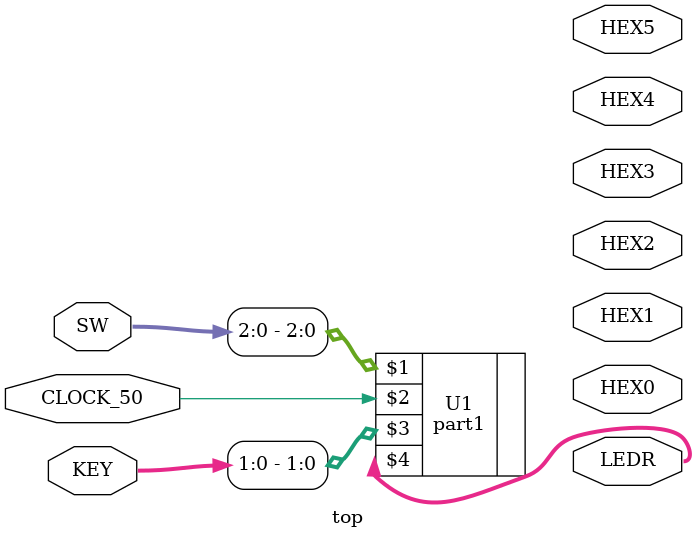
<source format=v>

module top (CLOCK_50, SW, KEY, HEX0, HEX1, HEX2, HEX3, HEX4, HEX5, LEDR);

    input CLOCK_50;             // DE-series 50 MHz clock signal
    input wire [9:0] SW;        // DE-series switches
    input wire [3:0] KEY;       // DE-series pushbuttons

    output wire [6:0] HEX0;     // DE-series HEX displays
    output wire [6:0] HEX1;
    output wire [6:0] HEX2;
    output wire [6:0] HEX3;
    output wire [6:0] HEX4;
    output wire [6:0] HEX5;

    output wire [9:0] LEDR;     // DE-series LEDs   

    part1 U1 (SW[2:0], CLOCK_50, KEY[1:0], LEDR);

endmodule


</source>
